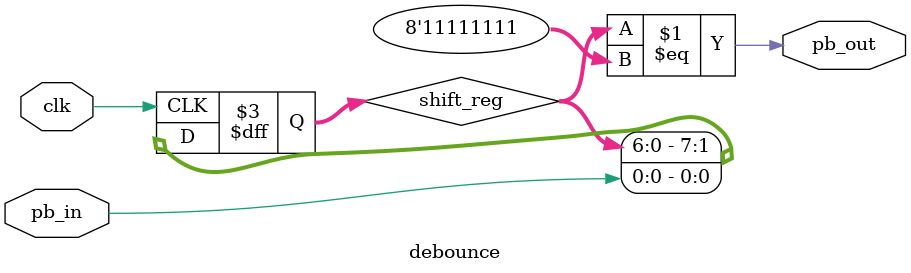
<source format=v>
module debounce #(
    parameter n = 8
) (
    input  clk,
    input  pb_in,
    output pb_out
);

  reg [n-1:0] shift_reg;

  assign pb_out = (shift_reg == {n{1'b1}});

  always @(posedge clk) begin
    shift_reg <= {shift_reg[n-2:0], pb_in};
  end
endmodule

</source>
